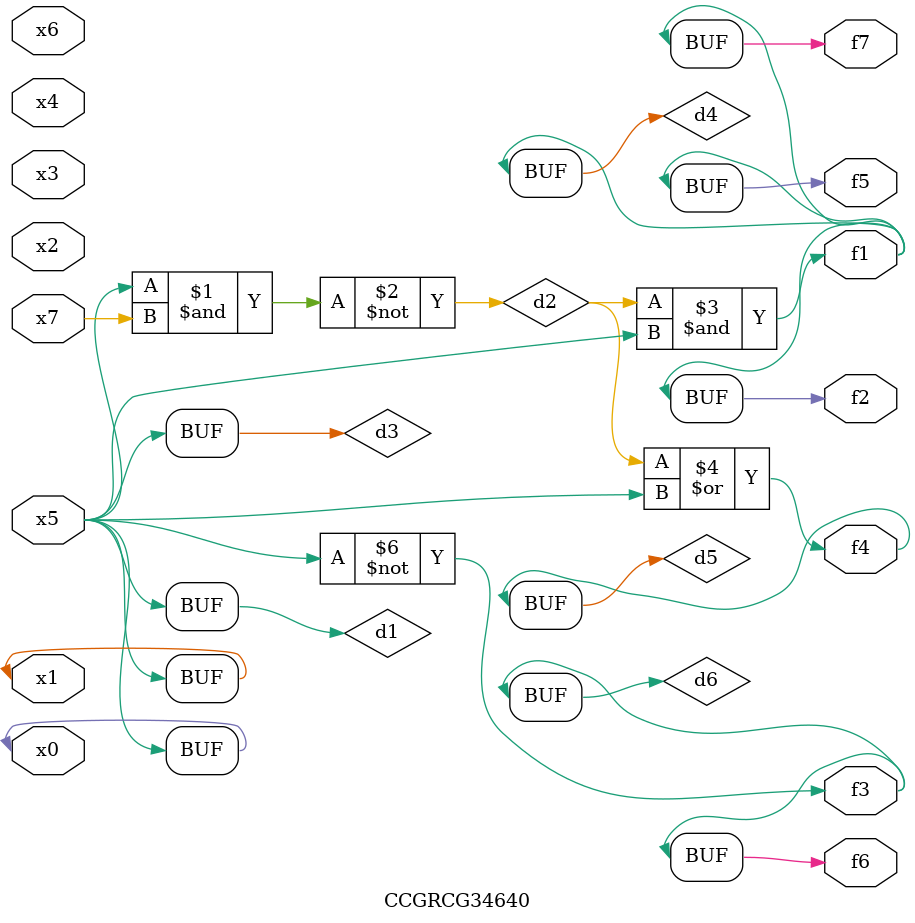
<source format=v>
module CCGRCG34640(
	input x0, x1, x2, x3, x4, x5, x6, x7,
	output f1, f2, f3, f4, f5, f6, f7
);

	wire d1, d2, d3, d4, d5, d6;

	buf (d1, x0, x5);
	nand (d2, x5, x7);
	buf (d3, x0, x1);
	and (d4, d2, d3);
	or (d5, d2, d3);
	nor (d6, d1, d3);
	assign f1 = d4;
	assign f2 = d4;
	assign f3 = d6;
	assign f4 = d5;
	assign f5 = d4;
	assign f6 = d6;
	assign f7 = d4;
endmodule

</source>
